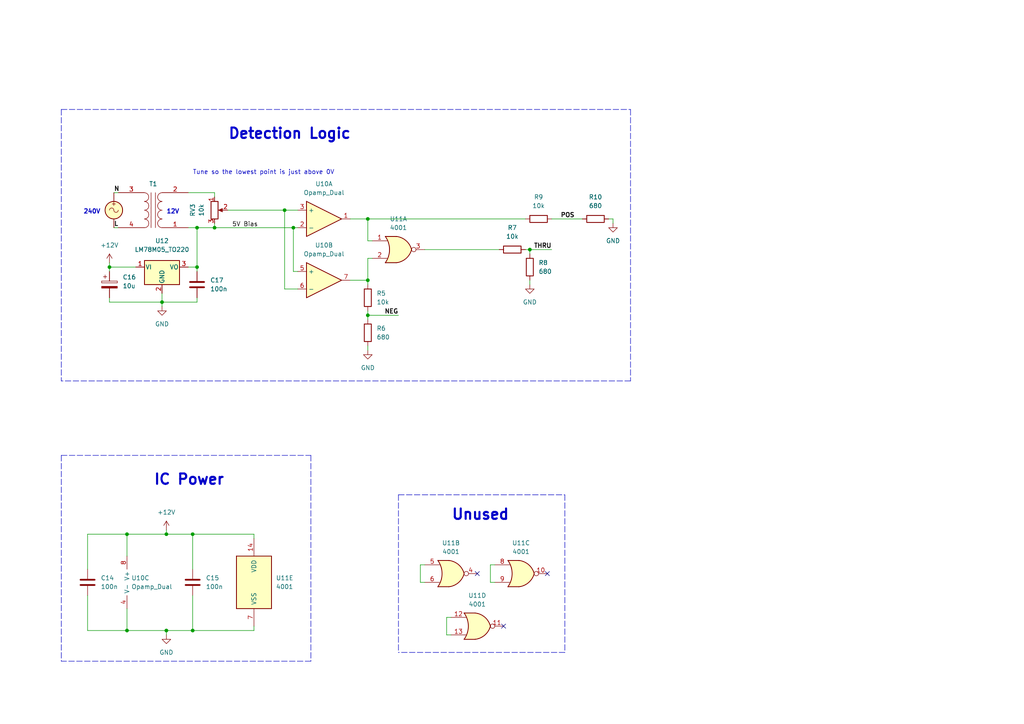
<source format=kicad_sch>
(kicad_sch (version 20211123) (generator eeschema)
  (paper "A4")
  (title_block (title "Mains POS NEG Detector") (date "2023-04-19") (rev "V1") (company "Kei Carden"))
  (lib_symbols
    (symbol "4xxx:4001" (pin_names (offset 1.016))
      (property "Reference" "U" (at 0 1.27 0))
      (property "Value" "4001" (at 0 -1.27 0))
      (symbol "4001_1_1"
        (arc (start -3.81 -3.81) (mid -2.589 0) (end -3.81 3.81) (stroke (width 0.254)))
        (arc (start -0.6096 -3.81) (mid 2.1842 -2.5851) (end 3.81 0) (stroke (width 0.254)) (fill (type background)))
        (polyline (pts (xy -3.81 -3.81) (xy -0.635 -3.81)) (stroke (width 0.254)) (fill (type background)))
        (polyline (pts (xy -3.81 3.81) (xy -0.635 3.81)) (stroke (width 0.254)) (fill (type background)))
        (polyline (pts (xy -0.635 3.81) (xy -3.81 3.81) (xy -3.81 3.81) (xy -3.556 3.4036) (xy -3.0226 2.2606) (xy -2.6924 1.0414) (xy -2.6162 -0.254) (xy -2.7686 -1.4986) (xy -3.175 -2.7178) (xy -3.81 -3.81) (xy -3.81 -3.81) (xy -0.635 -3.81)) (stroke (width -25.4)) (fill (type background)))
        (arc (start 3.81 0) (mid 2.1915 2.5936) (end -0.6096 3.81) (stroke (width 0.254)) (fill (type background)))
        (pin input line (at -7.62 2.54 0) (length 4.318) (name "~") (number "1"))
        (pin input line (at -7.62 -2.54 0) (length 4.318) (name "~") (number "2"))
        (pin output inverted (at 7.62 0 180) (length 3.81) (name "~") (number "3"))
      )
      (symbol "4001_1_2"
        (arc (start 0 -3.81) (mid 3.81 0) (end 0 3.81) (stroke (width 0.254)) (fill (type background)))
        (polyline (pts (xy 0 3.81) (xy -3.81 3.81) (xy -3.81 -3.81) (xy 0 -3.81)) (stroke (width 0.254)) (fill (type background)))
        (pin input inverted (at -7.62 2.54 0) (length 3.81) (name "~") (number "1"))
        (pin input inverted (at -7.62 -2.54 0) (length 3.81) (name "~") (number "2"))
        (pin output line (at 7.62 0 180) (length 3.81) (name "~") (number "3"))
      )
      (symbol "4001_2_1"
        (arc (start -3.81 -3.81) (mid -2.589 0) (end -3.81 3.81) (stroke (width 0.254)))
        (arc (start -0.6096 -3.81) (mid 2.1842 -2.5851) (end 3.81 0) (stroke (width 0.254)) (fill (type background)))
        (polyline (pts (xy -3.81 -3.81) (xy -0.635 -3.81)) (stroke (width 0.254)) (fill (type background)))
        (polyline (pts (xy -3.81 3.81) (xy -0.635 3.81)) (stroke (width 0.254)) (fill (type background)))
        (polyline (pts (xy -0.635 3.81) (xy -3.81 3.81) (xy -3.81 3.81) (xy -3.556 3.4036) (xy -3.0226 2.2606) (xy -2.6924 1.0414) (xy -2.6162 -0.254) (xy -2.7686 -1.4986) (xy -3.175 -2.7178) (xy -3.81 -3.81) (xy -3.81 -3.81) (xy -0.635 -3.81)) (stroke (width -25.4)) (fill (type background)))
        (arc (start 3.81 0) (mid 2.1915 2.5936) (end -0.6096 3.81) (stroke (width 0.254)) (fill (type background)))
        (pin output inverted (at 7.62 0 180) (length 3.81) (name "~") (number "4"))
        (pin input line (at -7.62 2.54 0) (length 4.318) (name "~") (number "5"))
        (pin input line (at -7.62 -2.54 0) (length 4.318) (name "~") (number "6"))
      )
      (symbol "4001_2_2"
        (arc (start 0 -3.81) (mid 3.81 0) (end 0 3.81) (stroke (width 0.254)) (fill (type background)))
        (polyline (pts (xy 0 3.81) (xy -3.81 3.81) (xy -3.81 -3.81) (xy 0 -3.81)) (stroke (width 0.254)) (fill (type background)))
        (pin output line (at 7.62 0 180) (length 3.81) (name "~") (number "4"))
        (pin input inverted (at -7.62 2.54 0) (length 3.81) (name "~") (number "5"))
        (pin input inverted (at -7.62 -2.54 0) (length 3.81) (name "~") (number "6"))
      )
      (symbol "4001_3_1"
        (arc (start -3.81 -3.81) (mid -2.589 0) (end -3.81 3.81) (stroke (width 0.254)))
        (arc (start -0.6096 -3.81) (mid 2.1842 -2.5851) (end 3.81 0) (stroke (width 0.254)) (fill (type background)))
        (polyline (pts (xy -3.81 -3.81) (xy -0.635 -3.81)) (stroke (width 0.254)) (fill (type background)))
        (polyline (pts (xy -3.81 3.81) (xy -0.635 3.81)) (stroke (width 0.254)) (fill (type background)))
        (polyline (pts (xy -0.635 3.81) (xy -3.81 3.81) (xy -3.81 3.81) (xy -3.556 3.4036) (xy -3.0226 2.2606) (xy -2.6924 1.0414) (xy -2.6162 -0.254) (xy -2.7686 -1.4986) (xy -3.175 -2.7178) (xy -3.81 -3.81) (xy -3.81 -3.81) (xy -0.635 -3.81)) (stroke (width -25.4)) (fill (type background)))
        (arc (start 3.81 0) (mid 2.1915 2.5936) (end -0.6096 3.81) (stroke (width 0.254)) (fill (type background)))
        (pin output inverted (at 7.62 0 180) (length 3.81) (name "~") (number "10"))
        (pin input line (at -7.62 2.54 0) (length 4.318) (name "~") (number "8"))
        (pin input line (at -7.62 -2.54 0) (length 4.318) (name "~") (number "9"))
      )
      (symbol "4001_3_2"
        (arc (start 0 -3.81) (mid 3.81 0) (end 0 3.81) (stroke (width 0.254)) (fill (type background)))
        (polyline (pts (xy 0 3.81) (xy -3.81 3.81) (xy -3.81 -3.81) (xy 0 -3.81)) (stroke (width 0.254)) (fill (type background)))
        (pin output line (at 7.62 0 180) (length 3.81) (name "~") (number "10"))
        (pin input inverted (at -7.62 2.54 0) (length 3.81) (name "~") (number "8"))
        (pin input inverted (at -7.62 -2.54 0) (length 3.81) (name "~") (number "9"))
      )
      (symbol "4001_4_1"
        (arc (start -3.81 -3.81) (mid -2.589 0) (end -3.81 3.81) (stroke (width 0.254)))
        (arc (start -0.6096 -3.81) (mid 2.1842 -2.5851) (end 3.81 0) (stroke (width 0.254)) (fill (type background)))
        (polyline (pts (xy -3.81 -3.81) (xy -0.635 -3.81)) (stroke (width 0.254)) (fill (type background)))
        (polyline (pts (xy -3.81 3.81) (xy -0.635 3.81)) (stroke (width 0.254)) (fill (type background)))
        (polyline (pts (xy -0.635 3.81) (xy -3.81 3.81) (xy -3.81 3.81) (xy -3.556 3.4036) (xy -3.0226 2.2606) (xy -2.6924 1.0414) (xy -2.6162 -0.254) (xy -2.7686 -1.4986) (xy -3.175 -2.7178) (xy -3.81 -3.81) (xy -3.81 -3.81) (xy -0.635 -3.81)) (stroke (width -25.4)) (fill (type background)))
        (arc (start 3.81 0) (mid 2.1915 2.5936) (end -0.6096 3.81) (stroke (width 0.254)) (fill (type background)))
        (pin output inverted (at 7.62 0 180) (length 3.81) (name "~") (number "11"))
        (pin input line (at -7.62 2.54 0) (length 4.318) (name "~") (number "12"))
        (pin input line (at -7.62 -2.54 0) (length 4.318) (name "~") (number "13"))
      )
      (symbol "4001_4_2"
        (arc (start 0 -3.81) (mid 3.81 0) (end 0 3.81) (stroke (width 0.254)) (fill (type background)))
        (polyline (pts (xy 0 3.81) (xy -3.81 3.81) (xy -3.81 -3.81) (xy 0 -3.81)) (stroke (width 0.254)) (fill (type background)))
        (pin output line (at 7.62 0 180) (length 3.81) (name "~") (number "11"))
        (pin input inverted (at -7.62 2.54 0) (length 3.81) (name "~") (number "12"))
        (pin input inverted (at -7.62 -2.54 0) (length 3.81) (name "~") (number "13"))
      )
      (symbol "4001_5_0"
        (pin power_in line (at 0 12.7 270) (length 5.08) (name "VDD") (number "14"))
        (pin power_in line (at 0 -12.7 90) (length 5.08) (name "VSS") (number "7"))
      )
      (symbol "4001_5_1"
        (rectangle (start -5.08 7.62) (end 5.08 -7.62) (stroke (width 0.254)) (fill (type background)))
      )
    )
    (symbol "Device:C" (pin_numbers hide) (pin_names (offset 0.254))
      (property "Reference" "C" (at 0.635 2.54 0))
      (property "Value" "C" (at 0.635 -2.54 0))
      (symbol "C_0_1"
        (polyline (pts (xy -2.032 -0.762) (xy 2.032 -0.762)) (stroke (width 0.508)))
        (polyline (pts (xy -2.032 0.762) (xy 2.032 0.762)) (stroke (width 0.508)))
      )
      (symbol "C_1_1"
        (pin passive line (at 0 3.81 270) (length 2.794) (name "~") (number "1"))
        (pin passive line (at 0 -3.81 90) (length 2.794) (name "~") (number "2"))
      )
    )
    (symbol "Device:C_Polarized" (pin_numbers hide) (pin_names (offset 0.254))
      (property "Reference" "C" (at 0.635 2.54 0))
      (property "Value" "C_Polarized" (at 0.635 -2.54 0))
      (symbol "C_Polarized_0_1"
        (rectangle (start -2.286 0.508) (end 2.286 1.016))
        (polyline (pts (xy -1.778 2.286) (xy -0.762 2.286)))
        (polyline (pts (xy -1.27 2.794) (xy -1.27 1.778)))
        (rectangle (start 2.286 -0.508) (end -2.286 -1.016) (fill (type outline)))
      )
      (symbol "C_Polarized_1_1"
        (pin passive line (at 0 3.81 270) (length 2.794) (name "~") (number "1"))
        (pin passive line (at 0 -3.81 90) (length 2.794) (name "~") (number "2"))
      )
    )
    (symbol "Device:Opamp_Dual"
      (property "Reference" "U" (at 0 5.08 0))
      (property "Value" "Opamp_Dual" (at 0 -5.08 0))
      (symbol "Opamp_Dual_1_1"
        (polyline (pts (xy -5.08 5.08) (xy 5.08 0) (xy -5.08 -5.08) (xy -5.08 5.08)) (stroke (width 0.254)) (fill (type background)))
        (pin output line (at 7.62 0 180) (length 2.54) (name "~") (number "1"))
        (pin input line (at -7.62 -2.54 0) (length 2.54) (name "-") (number "2"))
        (pin input line (at -7.62 2.54 0) (length 2.54) (name "+") (number "3"))
      )
      (symbol "Opamp_Dual_2_1"
        (polyline (pts (xy -5.08 5.08) (xy 5.08 0) (xy -5.08 -5.08) (xy -5.08 5.08)) (stroke (width 0.254)) (fill (type background)))
        (pin input line (at -7.62 2.54 0) (length 2.54) (name "+") (number "5"))
        (pin input line (at -7.62 -2.54 0) (length 2.54) (name "-") (number "6"))
        (pin output line (at 7.62 0 180) (length 2.54) (name "~") (number "7"))
      )
      (symbol "Opamp_Dual_3_1"
        (pin power_in line (at -2.54 -7.62 90) (length 3.81) (name "V-") (number "4"))
        (pin power_in line (at -2.54 7.62 270) (length 3.81) (name "V+") (number "8"))
      )
    )
    (symbol "Device:R" (pin_numbers hide) (pin_names (offset 0))
      (property "Reference" "R" (at 2.032 0 90))
      (property "Value" "R" (at 0 0 90))
      (symbol "R_0_1"
        (rectangle (start -1.016 -2.54) (end 1.016 2.54) (stroke (width 0.254)))
      )
      (symbol "R_1_1"
        (pin passive line (at 0 3.81 270) (length 1.27) (name "~") (number "1"))
        (pin passive line (at 0 -3.81 90) (length 1.27) (name "~") (number "2"))
      )
    )
    (symbol "Device:R_Potentiometer" (pin_names (offset 1.016) hide)
      (property "Reference" "RV" (at -4.445 0 90))
      (property "Value" "R_Potentiometer" (at -2.54 0 90))
      (symbol "R_Potentiometer_0_1"
        (polyline (pts (xy 2.54 0) (xy 1.524 0)))
        (polyline (pts (xy 1.143 0) (xy 2.286 0.508) (xy 2.286 -0.508) (xy 1.143 0)) (fill (type outline)))
        (rectangle (start 1.016 2.54) (end -1.016 -2.54) (stroke (width 0.254)))
      )
      (symbol "R_Potentiometer_1_1"
        (pin passive line (at 0 3.81 270) (length 1.27) (name "1") (number "1"))
        (pin passive line (at 3.81 0 180) (length 1.27) (name "2") (number "2"))
        (pin passive line (at 0 -3.81 90) (length 1.27) (name "3") (number "3"))
      )
    )
    (symbol "Device:Transformer_1P_1S" (pin_names (offset 1.016) hide)
      (property "Reference" "T" (at 0 6.35 0))
      (property "Value" "Transformer_1P_1S" (at 0 -7.62 0))
      (symbol "Transformer_1P_1S_0_1"
        (arc (start -2.54 -5.0546) (mid -1.6599 -4.6901) (end -1.27 -3.81))
        (arc (start -2.54 -2.5146) (mid -1.6599 -2.1501) (end -1.27 -1.27))
        (arc (start -2.54 0.0254) (mid -1.6599 0.3899) (end -1.27 1.27))
        (arc (start -2.54 2.5654) (mid -1.6599 2.9299) (end -1.27 3.81))
        (arc (start -1.27 -3.81) (mid -1.642 -2.912) (end -2.54 -2.54))
        (arc (start -1.27 -1.27) (mid -1.642 -0.372) (end -2.54 0))
        (arc (start -1.27 1.27) (mid -1.642 2.168) (end -2.54 2.54))
        (arc (start -1.27 3.81) (mid -1.642 4.708) (end -2.54 5.08))
        (polyline (pts (xy -0.635 5.08) (xy -0.635 -5.08)))
        (polyline (pts (xy 0.635 -5.08) (xy 0.635 5.08)))
        (arc (start 1.2954 -1.27) (mid 1.6599 -2.1501) (end 2.54 -2.5146))
        (arc (start 1.2954 1.27) (mid 1.6599 0.3899) (end 2.54 0.0254))
        (arc (start 1.2954 3.81) (mid 1.6599 2.9299) (end 2.54 2.5654))
        (arc (start 1.3208 -3.81) (mid 1.6853 -4.6901) (end 2.5654 -5.0546))
        (arc (start 2.54 0) (mid 1.642 -0.372) (end 1.2954 -1.27))
        (arc (start 2.54 2.54) (mid 1.642 2.168) (end 1.2954 1.27))
        (arc (start 2.54 5.08) (mid 1.642 4.708) (end 1.2954 3.81))
        (arc (start 2.5654 -2.54) (mid 1.6674 -2.912) (end 1.3208 -3.81))
      )
      (symbol "Transformer_1P_1S_1_1"
        (pin passive line (at -10.16 5.08 0) (length 7.62) (name "AA") (number "1"))
        (pin passive line (at -10.16 -5.08 0) (length 7.62) (name "AB") (number "2"))
        (pin passive line (at 10.16 -5.08 180) (length 7.62) (name "SA") (number "3"))
        (pin passive line (at 10.16 5.08 180) (length 7.62) (name "SB") (number "4"))
      )
    )
    (symbol "Regulator_Linear:LM78M05_TO220" (pin_names (offset 0.254))
      (property "Reference" "U" (at -3.81 3.175 0))
      (property "Value" "LM78M05_TO220" (at 0 3.175 0))
      (symbol "LM78M05_TO220_0_1"
        (rectangle (start -5.08 1.905) (end 5.08 -5.08) (stroke (width 0.254)) (fill (type background)))
      )
      (symbol "LM78M05_TO220_1_1"
        (pin power_in line (at -7.62 0 0) (length 2.54) (name "VI") (number "1"))
        (pin power_in line (at 0 -7.62 90) (length 2.54) (name "GND") (number "2"))
        (pin power_out line (at 7.62 0 180) (length 2.54) (name "VO") (number "3"))
      )
    )
    (symbol "Simulation_SPICE:VSIN" (pin_numbers hide) (pin_names (offset 0.0254))
      (property "Reference" "V" (at 2.54 2.54 0))
      (property "Value" "VSIN" (at 2.54 0 0))
      (property "Spice_Model" "sin(0 1 1k)" (at 2.54 -2.54 0))
      (symbol "VSIN_0_0"
        (arc (start 0 0) (mid -0.635 0.635) (end -1.27 0))
        (arc (start 0 0) (mid 0.635 -0.635) (end 1.27 0))
        (text "+" (at 0 1.905 0) (effects (font (size 1.27 1.27))))
      )
      (symbol "VSIN_0_1"
        (circle (center 0 0) (radius 2.54) (stroke (width 0.254)) (fill (type background)))
      )
      (symbol "VSIN_1_1"
        (pin passive line (at 0 5.08 270) (length 2.54) (name "~") (number "1"))
        (pin passive line (at 0 -5.08 90) (length 2.54) (name "~") (number "2"))
      )
    )
    (symbol "power:+12V" (power) (pin_names (offset 0))
      (property "Value" "+12V" (at 0 3.556 0))
      (symbol "+12V_0_1"
        (polyline (pts (xy -0.762 1.27) (xy 0 2.54)))
        (polyline (pts (xy 0 0) (xy 0 2.54)))
        (polyline (pts (xy 0 2.54) (xy 0.762 1.27)))
      )
      (symbol "+12V_1_1"
        (pin power_in line (at 0 0 90) (length 0) hide (name "+12V") (number "1"))
      )
    )
    (symbol "power:GND" (power) (pin_names (offset 0))
      (property "Value" "GND" (at 0 -3.81 0))
      (symbol "GND_0_1"
        (polyline (pts (xy 0 0) (xy 0 -1.27) (xy 1.27 -1.27) (xy 0 -2.54) (xy -1.27 -1.27) (xy 0 -1.27)))
      )
      (symbol "GND_1_1"
        (pin power_in line (at 0 0 270) (length 0) hide (name "GND") (number "1"))
      )
    )
  )
  (junction (at 46.99 87.63))
  (junction (at 48.26 182.88))
  (junction (at 106.68 91.44))
  (junction (at 48.26 154.94))
  (junction (at 55.88 154.94))
  (junction (at 57.15 77.47))
  (junction (at 31.75 77.47))
  (junction (at 36.83 182.88))
  (junction (at 106.68 81.28))
  (junction (at 55.88 182.88))
  (junction (at 153.67 72.39))
  (junction (at 82.55 60.96))
  (junction (at 36.83 154.94))
  (junction (at 106.68 63.5))
  (junction (at 62.23 66.04))
  (junction (at 85.09 66.04))
  (junction (at 57.15 66.04))
  (no_connect (at 146.05 181.61))
  (no_connect (at 158.75 166.37))
  (no_connect (at 138.43 166.37))
  (wire (pts (xy 160.02 63.5) (xy 168.91 63.5)))
  (wire (pts (xy 86.36 83.82) (xy 82.55 83.82)))
  (wire (pts (xy 46.99 87.63) (xy 57.15 87.63)))
  (wire (pts (xy 55.88 154.94) (xy 55.88 165.1)))
  (wire (pts (xy 106.68 91.44) (xy 115.57 91.44)))
  (wire (pts (xy 55.88 154.94) (xy 73.66 154.94)))
  (wire (pts (xy 101.6 63.5) (xy 106.68 63.5)))
  (wire (pts (xy 48.26 154.94) (xy 55.88 154.94)))
  (wire (pts (xy 130.81 179.07) (xy 129.54 179.07)))
  (wire (pts (xy 153.67 72.39) (xy 153.67 73.66)))
  (wire (pts (xy 33.02 66.04) (xy 34.29 66.04)))
  (wire (pts (xy 153.67 81.28) (xy 153.67 82.55)))
  (wire (pts (xy 25.4 182.88) (xy 25.4 172.72)))
  (wire (pts (xy 107.95 74.93) (xy 106.68 74.93)))
  (wire (pts (xy 25.4 165.1) (xy 25.4 154.94)))
  (wire (pts (xy 36.83 176.53) (xy 36.83 182.88)))
  (wire (pts (xy 73.66 182.88) (xy 73.66 181.61)))
  (polyline (pts (xy 115.57 143.51) (xy 115.57 189.23)))
  (wire (pts (xy 54.61 66.04) (xy 57.15 66.04)))
  (wire (pts (xy 106.68 63.5) (xy 152.4 63.5)))
  (wire (pts (xy 106.68 90.17) (xy 106.68 91.44)))
  (wire (pts (xy 39.37 77.47) (xy 31.75 77.47)))
  (polyline (pts (xy 182.88 31.75) (xy 182.88 110.49)))
  (wire (pts (xy 82.55 60.96) (xy 82.55 83.82)))
  (wire (pts (xy 73.66 154.94) (xy 73.66 156.21)))
  (wire (pts (xy 106.68 100.33) (xy 106.68 101.6)))
  (wire (pts (xy 46.99 87.63) (xy 46.99 88.9)))
  (wire (pts (xy 36.83 182.88) (xy 25.4 182.88)))
  (wire (pts (xy 153.67 72.39) (xy 160.02 72.39)))
  (wire (pts (xy 62.23 66.04) (xy 85.09 66.04)))
  (wire (pts (xy 101.6 81.28) (xy 106.68 81.28)))
  (polyline (pts (xy 17.78 31.75) (xy 17.78 110.49)))
  (wire (pts (xy 123.19 72.39) (xy 144.78 72.39)))
  (wire (pts (xy 31.75 78.74) (xy 31.75 77.47)))
  (wire (pts (xy 152.4 72.39) (xy 153.67 72.39)))
  (wire (pts (xy 86.36 66.04) (xy 85.09 66.04)))
  (wire (pts (xy 85.09 66.04) (xy 85.09 78.74)))
  (polyline (pts (xy 90.17 191.77) (xy 17.78 191.77)))
  (wire (pts (xy 85.09 78.74) (xy 86.36 78.74)))
  (wire (pts (xy 36.83 154.94) (xy 36.83 161.29)))
  (wire (pts (xy 62.23 57.15) (xy 62.23 55.88)))
  (wire (pts (xy 66.04 60.96) (xy 82.55 60.96)))
  (wire (pts (xy 177.8 63.5) (xy 177.8 64.77)))
  (wire (pts (xy 25.4 154.94) (xy 36.83 154.94)))
  (wire (pts (xy 142.24 168.91) (xy 143.51 168.91)))
  (wire (pts (xy 31.75 77.47) (xy 31.75 76.2)))
  (wire (pts (xy 176.53 63.5) (xy 177.8 63.5)))
  (polyline (pts (xy 17.78 31.75) (xy 182.88 31.75)))
  (wire (pts (xy 129.54 184.15) (xy 130.81 184.15)))
  (wire (pts (xy 46.99 85.09) (xy 46.99 87.63)))
  (wire (pts (xy 82.55 60.96) (xy 86.36 60.96)))
  (polyline (pts (xy 17.78 132.08) (xy 90.17 132.08)))
  (wire (pts (xy 33.02 55.88) (xy 34.29 55.88)))
  (polyline (pts (xy 182.88 110.49) (xy 17.78 110.49)))
  (polyline (pts (xy 163.83 189.23) (xy 115.57 189.23)))
  (wire (pts (xy 31.75 87.63) (xy 31.75 86.36)))
  (wire (pts (xy 57.15 66.04) (xy 62.23 66.04)))
  (wire (pts (xy 46.99 87.63) (xy 31.75 87.63)))
  (wire (pts (xy 106.68 63.5) (xy 106.68 69.85)))
  (wire (pts (xy 106.68 69.85) (xy 107.95 69.85)))
  (wire (pts (xy 142.24 163.83) (xy 142.24 168.91)))
  (wire (pts (xy 62.23 66.04) (xy 62.23 64.77)))
  (wire (pts (xy 54.61 77.47) (xy 57.15 77.47)))
  (wire (pts (xy 36.83 154.94) (xy 48.26 154.94)))
  (wire (pts (xy 106.68 74.93) (xy 106.68 81.28)))
  (wire (pts (xy 62.23 55.88) (xy 54.61 55.88)))
  (polyline (pts (xy 90.17 132.08) (xy 90.17 191.77)))
  (wire (pts (xy 106.68 81.28) (xy 106.68 82.55)))
  (wire (pts (xy 121.92 168.91) (xy 123.19 168.91)))
  (wire (pts (xy 57.15 86.36) (xy 57.15 87.63)))
  (wire (pts (xy 55.88 172.72) (xy 55.88 182.88)))
  (polyline (pts (xy 115.57 143.51) (xy 163.83 143.51)))
  (polyline (pts (xy 163.83 143.51) (xy 163.83 189.23)))
  (wire (pts (xy 143.51 163.83) (xy 142.24 163.83)))
  (wire (pts (xy 129.54 179.07) (xy 129.54 184.15)))
  (wire (pts (xy 57.15 77.47) (xy 57.15 66.04)))
  (wire (pts (xy 48.26 153.67) (xy 48.26 154.94)))
  (wire (pts (xy 36.83 182.88) (xy 48.26 182.88)))
  (wire (pts (xy 106.68 91.44) (xy 106.68 92.71)))
  (wire (pts (xy 57.15 77.47) (xy 57.15 78.74)))
  (polyline (pts (xy 17.78 132.08) (xy 17.78 191.77)))
  (wire (pts (xy 73.66 182.88) (xy 55.88 182.88)))
  (wire (pts (xy 55.88 182.88) (xy 48.26 182.88)))
  (wire (pts (xy 48.26 182.88) (xy 48.26 184.15)))
  (wire (pts (xy 121.92 163.83) (xy 121.92 168.91)))
  (wire (pts (xy 123.19 163.83) (xy 121.92 163.83)))
  (text "Unused" (at 130.81 151.13 0) (effects (font (size 3 3) bold) (justify left bottom)))
  (text "12V" (at 52.07 62.23 180) (effects (font (size 1.27 1.27) bold) (justify right bottom)))
  (text "Detection Logic" (at 66.04 40.64 0) (effects (font (size 3 3) bold) (justify left bottom)))
  (text "240V" (at 29.21 62.23 180) (effects (font (size 1.27 1.27) bold) (justify right bottom)))
  (text "Tune so the lowest point is just above 0V" (at 55.88 50.8 0) (effects (font (size 1.27 1.27)) (justify left bottom)))
  (text "IC Power" (at 44.45 140.97 0) (effects (font (size 3 3) bold) (justify left bottom)))
  (label "NEG" (at 115.57 91.44 180) (effects (font bold)))
  (label "N" (at 33.02 55.88 0) (effects (font bold)))
  (label "L" (at 33.02 66.04 0) (effects (font bold)))
  (label "5V Bias" (at 67.31 66.04 0))
  (label "THRU" (at 160.02 72.39 180) (effects (font bold)))
  (label "POS" (at 162.56 63.5 0) (effects (font bold)))
  (symbol (lib_id "Regulator_Linear:LM78M05_TO220") (at 46.99 77.47 0) (unit 1)
    (property "Reference" "U12" (at 46.99 69.85 0))
    (property "Value" "LM78M05_TO220" (at 46.99 72.39 0))
    (property "Footprint" "Package_TO_SOT_THT:TO-220-3_Vertical" (effects hide))
    (property "Datasheet" "https://www.onsemi.com/pub/Collateral/MC78M00-D.PDF" (effects hide))
  )
  (symbol (lib_id "Device:C") (at 57.15 82.55 0) (unit 1)
    (property "Reference" "C17" (at 60.96 81.2799 0) (effects (justify left)))
    (property "Value" "100n" (at 60.96 83.8199 0) (effects (justify left)))
  )
  (symbol (lib_id "4xxx:4001") (at 138.43 181.61 0) (unit 4)
    (property "Reference" "U11" (at 138.43 172.72 0))
    (property "Value" "4001" (at 138.43 175.26 0))
    (property "Datasheet" "http://www.intersil.com/content/dam/Intersil/documents/cd40/cd4000bms-01bms-02bms-25bms.pdf" (effects hide))
  )
  (symbol (lib_id "4xxx:4001") (at 151.13 166.37 0) (unit 3)
    (property "Reference" "U11" (at 151.13 157.48 0))
    (property "Value" "4001" (at 151.13 160.02 0))
    (property "Datasheet" "http://www.intersil.com/content/dam/Intersil/documents/cd40/cd4000bms-01bms-02bms-25bms.pdf" (effects hide))
  )
  (symbol (lib_id "Device:Opamp_Dual") (at 39.37 168.91 0) (unit 3)
    (property "Reference" "U10" (at 38.1 167.6399 0) (effects (justify left)))
    (property "Value" "Opamp_Dual" (at 38.1 170.1799 0) (effects (justify left)))
  )
  (symbol (lib_id "4xxx:4001") (at 115.57 72.39 0) (unit 1)
    (property "Reference" "U11" (at 115.57 63.5 0))
    (property "Value" "4001" (at 115.57 66.04 0))
    (property "Datasheet" "http://www.intersil.com/content/dam/Intersil/documents/cd40/cd4000bms-01bms-02bms-25bms.pdf" (effects hide))
  )
  (symbol (lib_id "Device:Opamp_Dual") (at 93.98 63.5 0) (unit 1)
    (property "Reference" "U10" (at 93.98 53.34 0))
    (property "Value" "Opamp_Dual" (at 93.98 55.88 0))
  )
  (symbol (lib_id "power:GND") (at 106.68 101.6 0) (unit 1)
    (property "Reference" "#PWR0111" (effects hide))
    (property "Value" "GND" (at 106.68 106.68 0))
  )
  (symbol (lib_id "Device:Opamp_Dual") (at 93.98 81.28 0) (unit 2)
    (property "Reference" "U10" (at 93.98 71.12 0))
    (property "Value" "Opamp_Dual" (at 93.98 73.66 0))
  )
  (symbol (lib_id "Device:R") (at 148.59 72.39 90) (unit 1)
    (property "Reference" "R7" (at 148.59 66.04 90))
    (property "Value" "10k" (at 148.59 68.58 90))
  )
  (symbol (lib_id "power:GND") (at 177.8 64.77 0) (unit 1)
    (property "Reference" "#PWR0110" (effects hide))
    (property "Value" "GND" (at 177.8 69.85 0))
  )
  (symbol (lib_id "power:+12V") (at 31.75 76.2 0) (unit 1)
    (property "Reference" "#PWR0114" (effects hide))
    (property "Value" "+12V" (at 31.75 71.12 0))
  )
  (symbol (lib_id "Device:C") (at 55.88 168.91 0) (unit 1)
    (property "Reference" "C15" (at 59.69 167.6399 0) (effects (justify left)))
    (property "Value" "100n" (at 59.69 170.1799 0) (effects (justify left)))
  )
  (symbol (lib_id "Device:R") (at 156.21 63.5 90) (unit 1)
    (property "Reference" "R9" (at 156.21 57.15 90))
    (property "Value" "10k" (at 156.21 59.69 90))
  )
  (symbol (lib_id "Device:C") (at 25.4 168.91 0) (unit 1)
    (property "Reference" "C14" (at 29.21 167.6399 0) (effects (justify left)))
    (property "Value" "100n" (at 29.21 170.1799 0) (effects (justify left)))
  )
  (symbol (lib_id "Device:R") (at 172.72 63.5 90) (unit 1)
    (property "Reference" "R10" (at 172.72 57.15 90))
    (property "Value" "680" (at 172.72 59.69 90))
  )
  (symbol (lib_id "Device:R") (at 153.67 77.47 0) (unit 1)
    (property "Reference" "R8" (at 156.21 76.1999 0) (effects (justify left)))
    (property "Value" "680" (at 156.21 78.7399 0) (effects (justify left)))
  )
  (symbol (lib_id "power:GND") (at 46.99 88.9 0) (unit 1)
    (property "Reference" "#PWR0115" (effects hide))
    (property "Value" "GND" (at 46.99 93.98 0))
  )
  (symbol (lib_id "4xxx:4001") (at 130.81 166.37 0) (unit 2)
    (property "Reference" "U11" (at 130.81 157.48 0))
    (property "Value" "4001" (at 130.81 160.02 0))
    (property "Datasheet" "http://www.intersil.com/content/dam/Intersil/documents/cd40/cd4000bms-01bms-02bms-25bms.pdf" (effects hide))
  )
  (symbol (lib_id "power:GND") (at 153.67 82.55 0) (unit 1)
    (property "Reference" "#PWR0109" (effects hide))
    (property "Value" "GND" (at 153.67 87.63 0))
  )
  (symbol (lib_id "Device:R") (at 106.68 86.36 180) (unit 1)
    (property "Reference" "R5" (at 109.22 85.0899 0) (effects (justify right)))
    (property "Value" "10k" (at 109.22 87.6299 0) (effects (justify right)))
  )
  (symbol (lib_id "Device:Transformer_1P_1S") (at 44.45 60.96 180) (unit 1)
    (property "Reference" "T1" (at 44.4373 53.34 0))
    (property "Value" "Transformer_1P_1S" (effects hide))
  )
  (symbol (lib_id "power:+12V") (at 48.26 153.67 0) (unit 1)
    (property "Reference" "#PWR0112" (effects hide))
    (property "Value" "+12V" (at 48.26 148.59 0))
  )
  (symbol (lib_id "Device:R") (at 106.68 96.52 0) (unit 1)
    (property "Reference" "R6" (at 109.22 95.2499 0) (effects (justify left)))
    (property "Value" "680" (at 109.22 97.7899 0) (effects (justify left)))
  )
  (symbol (lib_id "4xxx:4001") (at 73.66 168.91 0) (unit 5)
    (property "Reference" "U11" (at 80.01 167.6399 0) (effects (justify left)))
    (property "Value" "4001" (at 80.01 170.1799 0) (effects (justify left)))
    (property "Datasheet" "http://www.intersil.com/content/dam/Intersil/documents/cd40/cd4000bms-01bms-02bms-25bms.pdf" (effects hide))
  )
  (symbol (lib_id "Device:C_Polarized") (at 31.75 82.55 0) (unit 1)
    (property "Reference" "C16" (at 35.56 80.3909 0) (effects (justify left)))
    (property "Value" "10u" (at 35.56 82.9309 0) (effects (justify left)))
  )
  (symbol (lib_id "power:GND") (at 48.26 184.15 0) (unit 1)
    (property "Reference" "#PWR0113" (effects hide))
    (property "Value" "GND" (at 48.26 189.23 0))
  )
  (symbol (lib_id "Simulation_SPICE:VSIN") (at 33.02 60.96 0) (unit 1)
    (property "Reference" "V1" (effects hide))
    (property "Value" "VSIN" (effects hide))
    (property "Spice_Netlist_Enabled" "Y" (effects hide))
    (property "Spice_Primitive" "V" (effects hide))
    (property "Spice_Model" "sin(0 1 1k)" (effects hide))
  )
  (symbol (lib_id "Device:R_Potentiometer") (at 62.23 60.96 0) (unit 1)
    (property "Reference" "RV3" (at 55.88 60.96 90))
    (property "Value" "10k" (at 58.42 60.96 90))
  )
)
</source>
